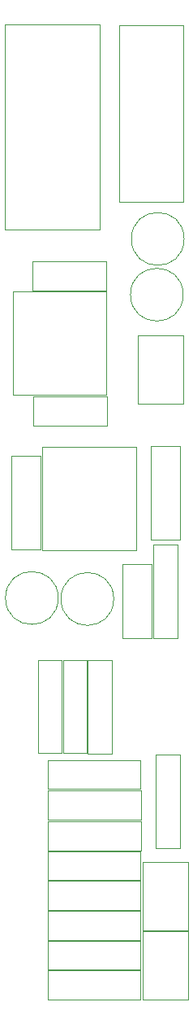
<source format=gbr>
%TF.GenerationSoftware,KiCad,Pcbnew,5.1.9+dfsg1-1~bpo10+1*%
%TF.CreationDate,2022-02-02T01:18:29+08:00*%
%TF.ProjectId,MiniADSR 1.0.1 - Main,4d696e69-4144-4535-9220-312e302e3120,rev?*%
%TF.SameCoordinates,Original*%
%TF.FileFunction,Other,User*%
%FSLAX46Y46*%
G04 Gerber Fmt 4.6, Leading zero omitted, Abs format (unit mm)*
G04 Created by KiCad (PCBNEW 5.1.9+dfsg1-1~bpo10+1) date 2022-02-02 01:18:29*
%MOMM*%
%LPD*%
G01*
G04 APERTURE LIST*
%ADD10C,0.050000*%
G04 APERTURE END LIST*
D10*
%TO.C,R7*%
X149650000Y-139500000D02*
X149650000Y-142500000D01*
X149650000Y-142500000D02*
X139930000Y-142500000D01*
X139930000Y-142500000D02*
X139930000Y-139500000D01*
X139930000Y-139500000D02*
X149650000Y-139500000D01*
%TO.C,C1*%
X147800000Y-109650000D02*
X150800000Y-109650000D01*
X150800000Y-109650000D02*
X150800000Y-117350000D01*
X150800000Y-117350000D02*
X147800000Y-117350000D01*
X147800000Y-117350000D02*
X147800000Y-109650000D01*
%TO.C,D1*%
X151250000Y-139170000D02*
X151250000Y-129450000D01*
X153750000Y-139170000D02*
X151250000Y-139170000D01*
X153750000Y-129450000D02*
X153750000Y-139170000D01*
X151250000Y-129450000D02*
X153750000Y-129450000D01*
%TO.C,R5*%
X153750000Y-107050000D02*
X150750000Y-107050000D01*
X150750000Y-107050000D02*
X150750000Y-97330000D01*
X150750000Y-97330000D02*
X153750000Y-97330000D01*
X153750000Y-97330000D02*
X153750000Y-107050000D01*
%TO.C,D2*%
X151000000Y-107625000D02*
X153500000Y-107625000D01*
X153500000Y-107625000D02*
X153500000Y-117345000D01*
X153500000Y-117345000D02*
X151000000Y-117345000D01*
X151000000Y-117345000D02*
X151000000Y-107625000D01*
%TO.C,U1*%
X149200000Y-97450000D02*
X149200000Y-108150000D01*
X149200000Y-108150000D02*
X139400000Y-108150000D01*
X139400000Y-108150000D02*
X139400000Y-97450000D01*
X139400000Y-97450000D02*
X149200000Y-97450000D01*
%TO.C,C2*%
X146850000Y-113250000D02*
G75*
G03*
X146850000Y-113250000I-2750000J0D01*
G01*
%TO.C,R3*%
X149650000Y-148800000D02*
X149650000Y-151800000D01*
X149650000Y-151800000D02*
X139930000Y-151800000D01*
X139930000Y-151800000D02*
X139930000Y-148800000D01*
X139930000Y-148800000D02*
X149650000Y-148800000D01*
%TO.C,R1*%
X149650000Y-151900000D02*
X149650000Y-154900000D01*
X149650000Y-154900000D02*
X139930000Y-154900000D01*
X139930000Y-154900000D02*
X139930000Y-151900000D01*
X139930000Y-151900000D02*
X149650000Y-151900000D01*
%TO.C,R9*%
X149670000Y-139400000D02*
X139950000Y-139400000D01*
X149670000Y-136400000D02*
X149670000Y-139400000D01*
X139950000Y-136400000D02*
X149670000Y-136400000D01*
X139950000Y-139400000D02*
X139950000Y-136400000D01*
%TO.C,R10*%
X136200000Y-108070000D02*
X136200000Y-98350000D01*
X139200000Y-108070000D02*
X136200000Y-108070000D01*
X139200000Y-98350000D02*
X139200000Y-108070000D01*
X136200000Y-98350000D02*
X139200000Y-98350000D01*
%TO.C,R8*%
X149650000Y-130000000D02*
X149650000Y-133000000D01*
X149650000Y-133000000D02*
X139930000Y-133000000D01*
X139930000Y-133000000D02*
X139930000Y-130000000D01*
X139930000Y-130000000D02*
X149650000Y-130000000D01*
%TO.C,R6*%
X149670000Y-136200000D02*
X139950000Y-136200000D01*
X149670000Y-133200000D02*
X149670000Y-136200000D01*
X139950000Y-133200000D02*
X149670000Y-133200000D01*
X139950000Y-136200000D02*
X139950000Y-133200000D01*
%TO.C,R4*%
X139930000Y-142600000D02*
X149650000Y-142600000D01*
X139930000Y-145600000D02*
X139930000Y-142600000D01*
X149650000Y-145600000D02*
X139930000Y-145600000D01*
X149650000Y-142600000D02*
X149650000Y-145600000D01*
%TO.C,R2*%
X139930000Y-145700000D02*
X149650000Y-145700000D01*
X139930000Y-148700000D02*
X139930000Y-145700000D01*
X149650000Y-148700000D02*
X139930000Y-148700000D01*
X149650000Y-145700000D02*
X149650000Y-148700000D01*
%TO.C,C3*%
X141050000Y-113150000D02*
G75*
G03*
X141050000Y-113150000I-2750000J0D01*
G01*
%TO.C,C4*%
X154200000Y-75800000D02*
G75*
G03*
X154200000Y-75800000I-2750000J0D01*
G01*
%TO.C,C5*%
X154100000Y-81600000D02*
G75*
G03*
X154100000Y-81600000I-2750000J0D01*
G01*
%TO.C,C6*%
X146100000Y-81150000D02*
X138400000Y-81150000D01*
X146100000Y-78150000D02*
X146100000Y-81150000D01*
X138400000Y-78150000D02*
X146100000Y-78150000D01*
X138400000Y-81150000D02*
X138400000Y-78150000D01*
%TO.C,C7*%
X138450000Y-95200000D02*
X138450000Y-92200000D01*
X138450000Y-92200000D02*
X146150000Y-92200000D01*
X146150000Y-92200000D02*
X146150000Y-95200000D01*
X146150000Y-95200000D02*
X138450000Y-95200000D01*
%TO.C,D3*%
X144050000Y-119580000D02*
X144050000Y-129300000D01*
X141550000Y-119580000D02*
X144050000Y-119580000D01*
X141550000Y-129300000D02*
X141550000Y-119580000D01*
X144050000Y-129300000D02*
X141550000Y-129300000D01*
%TO.C,D4*%
X144150000Y-119600000D02*
X146650000Y-119600000D01*
X146650000Y-119600000D02*
X146650000Y-129320000D01*
X146650000Y-129320000D02*
X144150000Y-129320000D01*
X144150000Y-129320000D02*
X144150000Y-119600000D01*
%TO.C,D5*%
X141450000Y-129300000D02*
X138950000Y-129300000D01*
X138950000Y-129300000D02*
X138950000Y-119580000D01*
X138950000Y-119580000D02*
X141450000Y-119580000D01*
X141450000Y-119580000D02*
X141450000Y-129300000D01*
%TO.C,J3*%
X154150000Y-71950000D02*
X147400000Y-71950000D01*
X147400000Y-71950000D02*
X147400000Y-53550000D01*
X147400000Y-53550000D02*
X154150000Y-53550000D01*
X154150000Y-53550000D02*
X154150000Y-71950000D01*
%TO.C,J5*%
X145380000Y-53500000D02*
X145380000Y-74860000D01*
X145380000Y-74860000D02*
X135480000Y-74860000D01*
X135480000Y-74860000D02*
X135480000Y-53500000D01*
X135480000Y-53500000D02*
X145380000Y-53500000D01*
%TO.C,U2*%
X136300000Y-81300000D02*
X146100000Y-81300000D01*
X136300000Y-92000000D02*
X136300000Y-81300000D01*
X146100000Y-92000000D02*
X136300000Y-92000000D01*
X146100000Y-81300000D02*
X146100000Y-92000000D01*
%TO.C,Q1*%
X154610000Y-147690000D02*
X154610000Y-140590000D01*
X154610000Y-147690000D02*
X149870000Y-147690000D01*
X149870000Y-140590000D02*
X154610000Y-140590000D01*
X149870000Y-140590000D02*
X149870000Y-147690000D01*
%TO.C,Q2*%
X149870000Y-147790000D02*
X149870000Y-154890000D01*
X149870000Y-147790000D02*
X154610000Y-147790000D01*
X154610000Y-154890000D02*
X149870000Y-154890000D01*
X154610000Y-154890000D02*
X154610000Y-147790000D01*
%TO.C,Q3*%
X149340000Y-85860000D02*
X149340000Y-92960000D01*
X149340000Y-85860000D02*
X154080000Y-85860000D01*
X154080000Y-92960000D02*
X149340000Y-92960000D01*
X154080000Y-92960000D02*
X154080000Y-85860000D01*
%TD*%
M02*

</source>
